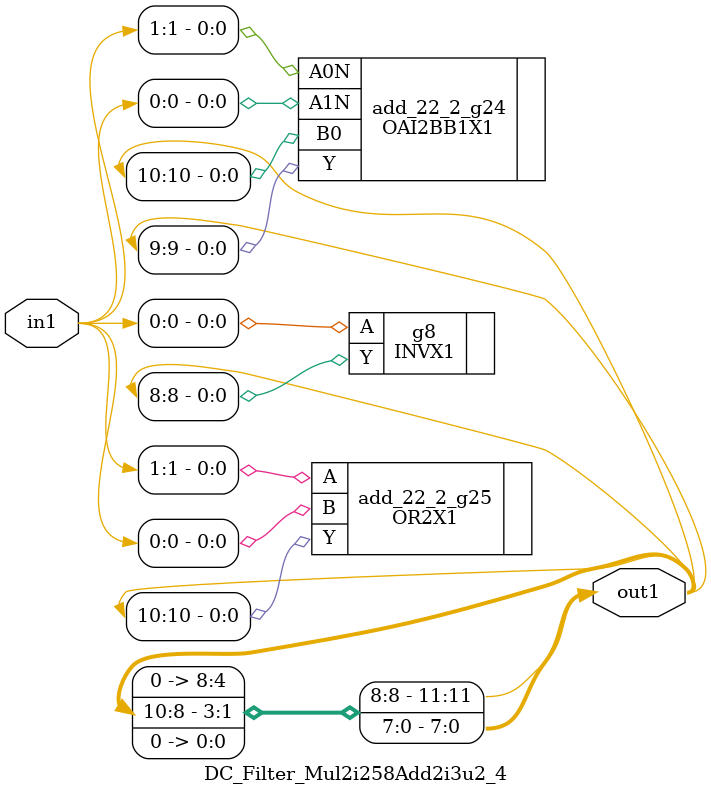
<source format=v>
`timescale 1ps / 1ps


module DC_Filter_Mul2i258Add2i3u2_4(in1, out1);
  input [1:0] in1;
  output [11:0] out1;
  wire [1:0] in1;
  wire [11:0] out1;
  assign out1[0] = 1'b0;
  assign out1[1] = out1[8];
  assign out1[2] = out1[9];
  assign out1[3] = out1[10];
  assign out1[4] = 1'b0;
  assign out1[5] = 1'b0;
  assign out1[6] = 1'b0;
  assign out1[7] = 1'b0;
  assign out1[11] = 1'b0;
  INVX1 g8(.A (in1[0]), .Y (out1[8]));
  OAI2BB1X1 add_22_2_g24(.A0N (in1[1]), .A1N (in1[0]), .B0 (out1[10]),
       .Y (out1[9]));
  OR2X1 add_22_2_g25(.A (in1[1]), .B (in1[0]), .Y (out1[10]));
endmodule



</source>
